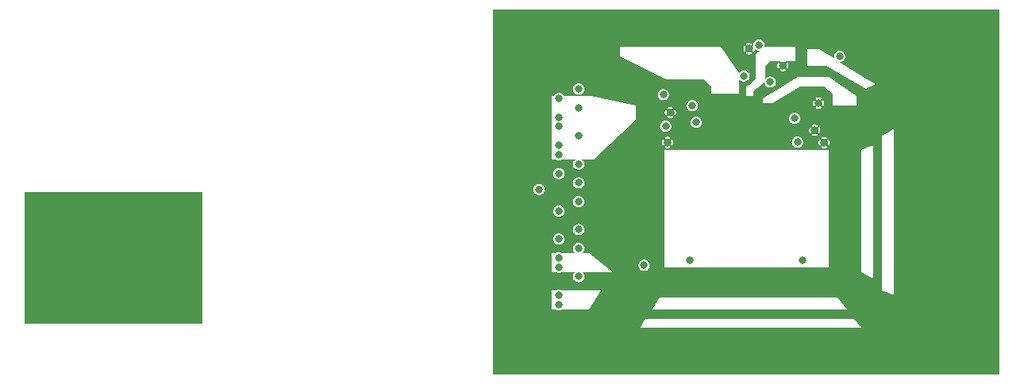
<source format=gbr>
G04 start of page 14 for group 12 idx 12 *
G04 Title: IDEF-X, topthermal *
G04 Creator: pcb 1.99z *
G04 CreationDate: Mi 20 Jan 2016 16:51:45 GMT UTC *
G04 For: stephan *
G04 Format: Gerber/RS-274X *
G04 PCB-Dimensions (mil): 7874.02 3937.01 *
G04 PCB-Coordinate-Origin: lower left *
%MOIN*%
%FSLAX25Y25*%
%LNTOPTHERMAL*%
%ADD105C,0.0866*%
%ADD104C,0.0118*%
%ADD103C,0.1024*%
%ADD102C,0.0315*%
%ADD101C,0.1575*%
%ADD100C,0.0001*%
G54D100*G36*
X689469Y194882D02*X736220D01*
Y41339D01*
X689469D01*
Y75787D01*
X691929Y74803D01*
Y144685D01*
X689469Y143209D01*
Y194882D01*
G37*
G36*
X680610D02*X689469D01*
Y143209D01*
X687008Y141732D01*
Y76772D01*
X689469Y75787D01*
Y41339D01*
X680610D01*
Y83169D01*
X683071Y81693D01*
Y137795D01*
X680610Y136811D01*
Y161663D01*
X684055Y163386D01*
X680610Y165539D01*
Y194882D01*
G37*
G36*
Y41339D02*X669783D01*
Y61024D01*
X678150D01*
X675197Y64961D01*
X669783D01*
Y68898D01*
X672244D01*
X669783Y71973D01*
Y154528D01*
X676181D01*
Y158465D01*
X669783Y162730D01*
Y167497D01*
X680118Y161417D01*
X680610Y161663D01*
Y136811D01*
X678150Y135827D01*
Y84646D01*
X680610Y83169D01*
Y41339D01*
G37*
G36*
X669783Y194882D02*X680610D01*
Y165539D01*
X669783Y172306D01*
Y172933D01*
X669827Y172943D01*
X670170Y173086D01*
X670487Y173280D01*
X670770Y173521D01*
X671011Y173804D01*
X671206Y174121D01*
X671348Y174465D01*
X671435Y174826D01*
X671457Y175197D01*
X671435Y175568D01*
X671348Y175929D01*
X671206Y176273D01*
X671011Y176590D01*
X670770Y176872D01*
X670487Y177114D01*
X670170Y177308D01*
X669827Y177450D01*
X669783Y177461D01*
Y194882D01*
G37*
G36*
Y172306D02*X668928Y172840D01*
X669094Y172827D01*
X669465Y172857D01*
X669783Y172933D01*
Y172306D01*
G37*
G36*
Y71973D02*X668307Y73819D01*
X664495D01*
Y137849D01*
X664518Y137853D01*
X664576Y137873D01*
X664631Y137901D01*
X664681Y137938D01*
X664725Y137982D01*
X664761Y138032D01*
X664787Y138088D01*
X664865Y138302D01*
X664920Y138523D01*
X664952Y138749D01*
X664963Y138976D01*
X664952Y139204D01*
X664920Y139429D01*
X664865Y139650D01*
X664790Y139865D01*
X664762Y139921D01*
X664726Y139972D01*
X664682Y140016D01*
X664632Y140053D01*
X664577Y140082D01*
X664518Y140102D01*
X664495Y140105D01*
Y160831D01*
X666339Y159449D01*
Y154528D01*
X669783D01*
Y71973D01*
G37*
G36*
X664495Y73819D02*X662133D01*
Y86614D01*
X664370D01*
Y135827D01*
X662133D01*
Y136658D01*
X662146Y136655D01*
X662371Y136622D01*
X662598Y136611D01*
X662826Y136622D01*
X663051Y136655D01*
X663273Y136710D01*
X663487Y136785D01*
X663543Y136812D01*
X663594Y136849D01*
X663638Y136892D01*
X663675Y136943D01*
X663704Y136998D01*
X663724Y137057D01*
X663734Y137118D01*
X663734Y137181D01*
X663725Y137242D01*
X663706Y137301D01*
X663678Y137357D01*
X663642Y137408D01*
X663598Y137452D01*
X663548Y137489D01*
X663493Y137518D01*
X663434Y137537D01*
X663372Y137548D01*
X663310Y137548D01*
X663249Y137539D01*
X663190Y137519D01*
X663047Y137467D01*
X662900Y137431D01*
X662750Y137409D01*
X662598Y137402D01*
X662447Y137409D01*
X662297Y137431D01*
X662150Y137467D01*
X662133Y137473D01*
Y140480D01*
X662150Y140486D01*
X662297Y140522D01*
X662447Y140544D01*
X662598Y140551D01*
X662750Y140544D01*
X662900Y140522D01*
X663047Y140486D01*
X663190Y140436D01*
X663249Y140416D01*
X663310Y140407D01*
X663372Y140407D01*
X663433Y140417D01*
X663492Y140437D01*
X663547Y140465D01*
X663597Y140502D01*
X663641Y140546D01*
X663677Y140597D01*
X663704Y140652D01*
X663723Y140711D01*
X663732Y140772D01*
X663732Y140834D01*
X663722Y140895D01*
X663702Y140954D01*
X663674Y141009D01*
X663637Y141059D01*
X663593Y141103D01*
X663542Y141139D01*
X663486Y141165D01*
X663273Y141243D01*
X663051Y141298D01*
X662826Y141330D01*
X662598Y141341D01*
X662371Y141330D01*
X662146Y141298D01*
X662133Y141294D01*
Y154385D01*
X662155Y154388D01*
X662214Y154408D01*
X662269Y154437D01*
X662319Y154473D01*
X662362Y154518D01*
X662399Y154568D01*
X662425Y154624D01*
X662503Y154838D01*
X662557Y155059D01*
X662590Y155284D01*
X662601Y155512D01*
X662590Y155739D01*
X662557Y155965D01*
X662503Y156186D01*
X662428Y156401D01*
X662400Y156457D01*
X662364Y156507D01*
X662320Y156552D01*
X662270Y156589D01*
X662215Y156617D01*
X662156Y156637D01*
X662133Y156641D01*
Y162402D01*
X662402D01*
X664495Y160831D01*
Y140105D01*
X664457Y140112D01*
X664394Y140112D01*
X664333Y140103D01*
X664273Y140084D01*
X664218Y140056D01*
X664167Y140020D01*
X664123Y139976D01*
X664086Y139926D01*
X664057Y139871D01*
X664037Y139812D01*
X664027Y139750D01*
X664027Y139688D01*
X664036Y139627D01*
X664056Y139568D01*
X664108Y139425D01*
X664144Y139278D01*
X664166Y139128D01*
X664173Y138976D01*
X664166Y138825D01*
X664144Y138675D01*
X664108Y138527D01*
X664058Y138384D01*
X664038Y138326D01*
X664029Y138264D01*
X664029Y138203D01*
X664039Y138141D01*
X664059Y138083D01*
X664087Y138028D01*
X664124Y137978D01*
X664168Y137934D01*
X664219Y137898D01*
X664274Y137870D01*
X664333Y137852D01*
X664394Y137842D01*
X664456Y137843D01*
X664495Y137849D01*
Y73819D01*
G37*
G36*
X662133Y135827D02*X660558D01*
Y137904D01*
X660565Y137900D01*
X660620Y137871D01*
X660679Y137851D01*
X660740Y137841D01*
X660803Y137841D01*
X660864Y137850D01*
X660923Y137869D01*
X660979Y137897D01*
X661030Y137933D01*
X661074Y137976D01*
X661111Y138027D01*
X661140Y138082D01*
X661159Y138141D01*
X661170Y138202D01*
X661170Y138265D01*
X661161Y138326D01*
X661141Y138385D01*
X661089Y138527D01*
X661053Y138675D01*
X661031Y138825D01*
X661024Y138976D01*
X661031Y139128D01*
X661053Y139278D01*
X661089Y139425D01*
X661139Y139568D01*
X661159Y139627D01*
X661168Y139688D01*
X661168Y139750D01*
X661158Y139811D01*
X661138Y139870D01*
X661110Y139925D01*
X661073Y139975D01*
X661029Y140019D01*
X660978Y140055D01*
X660923Y140082D01*
X660864Y140101D01*
X660802Y140110D01*
X660740Y140110D01*
X660679Y140100D01*
X660621Y140080D01*
X660566Y140052D01*
X660558Y140046D01*
Y142967D01*
X660581Y142971D01*
X660639Y142991D01*
X660694Y143019D01*
X660744Y143056D01*
X660788Y143100D01*
X660824Y143151D01*
X660850Y143206D01*
X660928Y143420D01*
X660983Y143642D01*
X661015Y143867D01*
X661026Y144094D01*
X661015Y144322D01*
X660983Y144547D01*
X660928Y144769D01*
X660853Y144984D01*
X660825Y145039D01*
X660789Y145090D01*
X660745Y145134D01*
X660695Y145171D01*
X660640Y145200D01*
X660581Y145220D01*
X660558Y145223D01*
Y153172D01*
X660689Y153191D01*
X660910Y153245D01*
X661125Y153320D01*
X661181Y153348D01*
X661232Y153384D01*
X661276Y153428D01*
X661313Y153478D01*
X661342Y153533D01*
X661361Y153592D01*
X661372Y153654D01*
X661372Y153716D01*
X661363Y153778D01*
X661344Y153837D01*
X661316Y153893D01*
X661280Y153943D01*
X661236Y153988D01*
X661186Y154024D01*
X661131Y154053D01*
X661072Y154073D01*
X661010Y154083D01*
X660948Y154083D01*
X660886Y154074D01*
X660828Y154054D01*
X660685Y154002D01*
X660558Y153971D01*
Y157052D01*
X660685Y157021D01*
X660828Y156971D01*
X660887Y156951D01*
X660948Y156942D01*
X661010Y156942D01*
X661071Y156953D01*
X661130Y156972D01*
X661185Y157001D01*
X661235Y157038D01*
X661278Y157082D01*
X661314Y157132D01*
X661342Y157187D01*
X661361Y157247D01*
X661370Y157308D01*
X661370Y157370D01*
X661360Y157431D01*
X661340Y157490D01*
X661311Y157545D01*
X661275Y157595D01*
X661231Y157638D01*
X661180Y157674D01*
X661124Y157701D01*
X660910Y157779D01*
X660689Y157833D01*
X660558Y157852D01*
Y162402D01*
X662133D01*
Y156641D01*
X662094Y156647D01*
X662032Y156648D01*
X661971Y156638D01*
X661911Y156619D01*
X661856Y156592D01*
X661805Y156555D01*
X661761Y156512D01*
X661724Y156462D01*
X661695Y156406D01*
X661675Y156347D01*
X661665Y156286D01*
X661665Y156224D01*
X661674Y156162D01*
X661694Y156103D01*
X661746Y155961D01*
X661782Y155813D01*
X661804Y155663D01*
X661811Y155512D01*
X661804Y155360D01*
X661782Y155210D01*
X661746Y155063D01*
X661696Y154920D01*
X661676Y154861D01*
X661666Y154800D01*
X661667Y154738D01*
X661677Y154677D01*
X661697Y154618D01*
X661725Y154563D01*
X661762Y154513D01*
X661806Y154470D01*
X661856Y154434D01*
X661912Y154406D01*
X661971Y154387D01*
X662032Y154378D01*
X662094Y154378D01*
X662133Y154385D01*
Y141294D01*
X661924Y141243D01*
X661709Y141168D01*
X661654Y141140D01*
X661603Y141104D01*
X661559Y141060D01*
X661522Y141010D01*
X661493Y140955D01*
X661473Y140896D01*
X661463Y140835D01*
X661463Y140772D01*
X661472Y140711D01*
X661491Y140651D01*
X661519Y140596D01*
X661555Y140545D01*
X661599Y140501D01*
X661649Y140464D01*
X661704Y140435D01*
X661763Y140415D01*
X661824Y140405D01*
X661887Y140405D01*
X661948Y140414D01*
X662007Y140434D01*
X662133Y140480D01*
Y137473D01*
X662006Y137517D01*
X661948Y137537D01*
X661887Y137546D01*
X661825Y137546D01*
X661763Y137536D01*
X661705Y137516D01*
X661650Y137487D01*
X661600Y137451D01*
X661556Y137407D01*
X661520Y137356D01*
X661492Y137301D01*
X661474Y137242D01*
X661464Y137180D01*
X661465Y137118D01*
X661475Y137057D01*
X661495Y136998D01*
X661523Y136943D01*
X661560Y136894D01*
X661604Y136850D01*
X661655Y136814D01*
X661710Y136787D01*
X661924Y136710D01*
X662133Y136658D01*
Y135827D01*
G37*
G36*
Y73819D02*X660558D01*
Y86614D01*
X662133D01*
Y73819D01*
G37*
G36*
X660558Y135827D02*X658662D01*
Y141730D01*
X658889Y141741D01*
X659114Y141773D01*
X659336Y141828D01*
X659550Y141903D01*
X659606Y141931D01*
X659657Y141967D01*
X659701Y142011D01*
X659738Y142061D01*
X659767Y142116D01*
X659787Y142175D01*
X659797Y142236D01*
X659797Y142299D01*
X659788Y142360D01*
X659769Y142420D01*
X659741Y142475D01*
X659705Y142526D01*
X659661Y142570D01*
X659611Y142607D01*
X659556Y142636D01*
X659497Y142655D01*
X659435Y142666D01*
X659373Y142666D01*
X659312Y142657D01*
X659253Y142637D01*
X659110Y142585D01*
X658963Y142549D01*
X658813Y142527D01*
X658662Y142520D01*
Y145669D01*
X658813Y145662D01*
X658963Y145640D01*
X659110Y145604D01*
X659253Y145554D01*
X659312Y145534D01*
X659373Y145525D01*
X659435Y145525D01*
X659496Y145535D01*
X659555Y145555D01*
X659610Y145583D01*
X659660Y145620D01*
X659704Y145664D01*
X659740Y145715D01*
X659767Y145770D01*
X659786Y145829D01*
X659795Y145890D01*
X659795Y145952D01*
X659785Y146014D01*
X659765Y146072D01*
X659737Y146127D01*
X659700Y146177D01*
X659656Y146221D01*
X659605Y146257D01*
X659549Y146283D01*
X659336Y146361D01*
X659114Y146416D01*
X658889Y146448D01*
X658662Y146459D01*
Y154464D01*
X658668Y154468D01*
X658712Y154512D01*
X658749Y154562D01*
X658778Y154617D01*
X658797Y154676D01*
X658807Y154738D01*
X658808Y154800D01*
X658799Y154862D01*
X658779Y154920D01*
X658727Y155063D01*
X658691Y155210D01*
X658669Y155360D01*
X658662Y155493D01*
Y155531D01*
X658669Y155663D01*
X658691Y155813D01*
X658727Y155961D01*
X658777Y156104D01*
X658797Y156162D01*
X658806Y156224D01*
X658806Y156286D01*
X658795Y156347D01*
X658776Y156406D01*
X658747Y156461D01*
X658711Y156510D01*
X658666Y156554D01*
X658662Y156557D01*
Y162402D01*
X660558D01*
Y157852D01*
X660464Y157866D01*
X660236Y157877D01*
X660009Y157866D01*
X659783Y157833D01*
X659562Y157779D01*
X659347Y157703D01*
X659291Y157676D01*
X659241Y157639D01*
X659196Y157596D01*
X659159Y157546D01*
X659131Y157490D01*
X659111Y157431D01*
X659101Y157370D01*
X659100Y157308D01*
X659110Y157246D01*
X659129Y157187D01*
X659156Y157131D01*
X659193Y157080D01*
X659236Y157036D01*
X659286Y156999D01*
X659342Y156970D01*
X659401Y156951D01*
X659462Y156941D01*
X659524Y156940D01*
X659586Y156949D01*
X659645Y156969D01*
X659787Y157021D01*
X659935Y157057D01*
X660085Y157079D01*
X660236Y157087D01*
X660388Y157079D01*
X660538Y157057D01*
X660558Y157052D01*
Y153971D01*
X660538Y153966D01*
X660388Y153944D01*
X660236Y153937D01*
X660085Y153944D01*
X659935Y153966D01*
X659787Y154002D01*
X659644Y154053D01*
X659586Y154072D01*
X659524Y154082D01*
X659462Y154081D01*
X659401Y154071D01*
X659342Y154051D01*
X659287Y154023D01*
X659238Y153986D01*
X659194Y153942D01*
X659158Y153892D01*
X659130Y153836D01*
X659112Y153777D01*
X659102Y153716D01*
X659103Y153654D01*
X659113Y153593D01*
X659132Y153534D01*
X659161Y153479D01*
X659198Y153429D01*
X659242Y153386D01*
X659292Y153349D01*
X659348Y153323D01*
X659562Y153245D01*
X659783Y153191D01*
X660009Y153158D01*
X660236Y153147D01*
X660464Y153158D01*
X660558Y153172D01*
Y145223D01*
X660520Y145230D01*
X660457Y145230D01*
X660396Y145221D01*
X660336Y145202D01*
X660281Y145174D01*
X660230Y145138D01*
X660186Y145094D01*
X660149Y145044D01*
X660120Y144989D01*
X660100Y144930D01*
X660090Y144869D01*
X660090Y144806D01*
X660099Y144745D01*
X660119Y144686D01*
X660171Y144543D01*
X660207Y144396D01*
X660229Y144246D01*
X660236Y144094D01*
X660229Y143943D01*
X660207Y143793D01*
X660171Y143646D01*
X660121Y143502D01*
X660101Y143444D01*
X660092Y143383D01*
X660092Y143321D01*
X660102Y143259D01*
X660122Y143201D01*
X660150Y143146D01*
X660187Y143096D01*
X660231Y143052D01*
X660282Y143016D01*
X660337Y142989D01*
X660396Y142970D01*
X660457Y142961D01*
X660519Y142961D01*
X660558Y142967D01*
Y140046D01*
X660516Y140015D01*
X660472Y139971D01*
X660436Y139920D01*
X660409Y139864D01*
X660332Y139650D01*
X660277Y139429D01*
X660244Y139204D01*
X660233Y138976D01*
X660244Y138749D01*
X660277Y138523D01*
X660332Y138302D01*
X660407Y138087D01*
X660435Y138032D01*
X660471Y137981D01*
X660514Y137937D01*
X660558Y137904D01*
Y135827D01*
G37*
G36*
Y73819D02*X658662D01*
Y86614D01*
X660558D01*
Y73819D01*
G37*
G36*
X658662Y155493D02*X658661Y155512D01*
X658662Y155531D01*
Y155493D01*
G37*
G36*
Y135827D02*X656765D01*
Y142966D01*
X656803Y142959D01*
X656866Y142959D01*
X656927Y142968D01*
X656986Y142987D01*
X657042Y143015D01*
X657093Y143051D01*
X657137Y143095D01*
X657174Y143145D01*
X657203Y143200D01*
X657222Y143259D01*
X657233Y143320D01*
X657233Y143383D01*
X657224Y143444D01*
X657204Y143503D01*
X657152Y143646D01*
X657116Y143793D01*
X657094Y143943D01*
X657087Y144094D01*
X657094Y144246D01*
X657116Y144396D01*
X657152Y144543D01*
X657202Y144687D01*
X657222Y144745D01*
X657231Y144806D01*
X657231Y144868D01*
X657221Y144930D01*
X657201Y144988D01*
X657173Y145043D01*
X657136Y145093D01*
X657092Y145137D01*
X657041Y145173D01*
X656986Y145200D01*
X656927Y145219D01*
X656865Y145228D01*
X656803Y145228D01*
X656765Y145222D01*
Y162402D01*
X658662D01*
Y156557D01*
X658616Y156590D01*
X658561Y156618D01*
X658501Y156636D01*
X658440Y156646D01*
X658378Y156645D01*
X658317Y156635D01*
X658258Y156616D01*
X658203Y156587D01*
X658153Y156550D01*
X658110Y156506D01*
X658074Y156456D01*
X658047Y156400D01*
X657969Y156186D01*
X657915Y155965D01*
X657882Y155739D01*
X657871Y155512D01*
X657882Y155284D01*
X657915Y155059D01*
X657969Y154838D01*
X658045Y154623D01*
X658072Y154567D01*
X658109Y154516D01*
X658152Y154472D01*
X658202Y154435D01*
X658258Y154406D01*
X658317Y154387D01*
X658378Y154377D01*
X658440Y154376D01*
X658502Y154385D01*
X658561Y154404D01*
X658617Y154432D01*
X658662Y154464D01*
Y146459D01*
X658661Y146459D01*
X658434Y146448D01*
X658209Y146416D01*
X657987Y146361D01*
X657772Y146286D01*
X657717Y146258D01*
X657666Y146222D01*
X657622Y146178D01*
X657585Y146128D01*
X657556Y146073D01*
X657536Y146014D01*
X657526Y145953D01*
X657526Y145890D01*
X657535Y145829D01*
X657554Y145769D01*
X657582Y145714D01*
X657618Y145663D01*
X657662Y145619D01*
X657712Y145582D01*
X657767Y145553D01*
X657826Y145534D01*
X657887Y145523D01*
X657950Y145523D01*
X658011Y145532D01*
X658070Y145552D01*
X658213Y145604D01*
X658360Y145640D01*
X658510Y145662D01*
X658661Y145669D01*
X658662Y145669D01*
Y142520D01*
X658661Y142520D01*
X658510Y142527D01*
X658360Y142549D01*
X658213Y142585D01*
X658069Y142635D01*
X658011Y142655D01*
X657950Y142664D01*
X657888Y142664D01*
X657826Y142654D01*
X657768Y142634D01*
X657713Y142606D01*
X657663Y142569D01*
X657619Y142525D01*
X657583Y142474D01*
X657555Y142419D01*
X657537Y142360D01*
X657527Y142298D01*
X657528Y142237D01*
X657538Y142175D01*
X657558Y142117D01*
X657586Y142062D01*
X657623Y142012D01*
X657667Y141968D01*
X657718Y141932D01*
X657773Y141906D01*
X657987Y141828D01*
X658209Y141773D01*
X658434Y141741D01*
X658661Y141730D01*
X658662Y141730D01*
Y135827D01*
G37*
G36*
X656765D02*X651374D01*
Y136804D01*
X651378Y136804D01*
X651749Y136833D01*
X652110Y136920D01*
X652454Y137062D01*
X652771Y137256D01*
X653053Y137498D01*
X653295Y137780D01*
X653489Y138098D01*
X653631Y138441D01*
X653718Y138803D01*
X653740Y139173D01*
X653718Y139544D01*
X653631Y139905D01*
X653489Y140249D01*
X653295Y140566D01*
X653053Y140849D01*
X652771Y141090D01*
X652454Y141284D01*
X652110Y141427D01*
X651749Y141514D01*
X651378Y141543D01*
X651374Y141542D01*
Y147164D01*
X651590Y147296D01*
X651872Y147537D01*
X652114Y147820D01*
X652308Y148137D01*
X652450Y148480D01*
X652537Y148842D01*
X652559Y149213D01*
X652537Y149583D01*
X652450Y149945D01*
X652308Y150288D01*
X652114Y150605D01*
X651872Y150888D01*
X651590Y151130D01*
X651374Y151261D01*
Y161710D01*
X652559Y162402D01*
X656765D01*
Y145222D01*
X656742Y145218D01*
X656684Y145198D01*
X656629Y145170D01*
X656579Y145133D01*
X656535Y145089D01*
X656499Y145038D01*
X656472Y144983D01*
X656395Y144769D01*
X656340Y144547D01*
X656307Y144322D01*
X656296Y144094D01*
X656307Y143867D01*
X656340Y143642D01*
X656395Y143420D01*
X656470Y143205D01*
X656498Y143150D01*
X656534Y143099D01*
X656577Y143055D01*
X656628Y143018D01*
X656683Y142989D01*
X656742Y142969D01*
X656765Y142966D01*
Y135827D01*
G37*
G36*
X651374D02*X640256D01*
Y155512D01*
X640748D01*
X651374Y161710D01*
Y151261D01*
X651273Y151324D01*
X650929Y151466D01*
X650568Y151553D01*
X650197Y151582D01*
X649826Y151553D01*
X649465Y151466D01*
X649121Y151324D01*
X648804Y151130D01*
X648521Y150888D01*
X648280Y150605D01*
X648086Y150288D01*
X647943Y149945D01*
X647857Y149583D01*
X647827Y149213D01*
X647857Y148842D01*
X647943Y148480D01*
X648086Y148137D01*
X648280Y147820D01*
X648521Y147537D01*
X648804Y147296D01*
X649121Y147101D01*
X649465Y146959D01*
X649826Y146872D01*
X650197Y146843D01*
X650568Y146872D01*
X650929Y146959D01*
X651273Y147101D01*
X651374Y147164D01*
Y141542D01*
X651007Y141514D01*
X650646Y141427D01*
X650302Y141284D01*
X649985Y141090D01*
X649702Y140849D01*
X649461Y140566D01*
X649267Y140249D01*
X649124Y139905D01*
X649038Y139544D01*
X649008Y139173D01*
X649038Y138803D01*
X649124Y138441D01*
X649267Y138098D01*
X649461Y137780D01*
X649702Y137498D01*
X649985Y137256D01*
X650302Y137062D01*
X650646Y136920D01*
X651007Y136833D01*
X651374Y136804D01*
Y135827D01*
G37*
G36*
X658662Y73819D02*X640256D01*
Y86614D01*
X658662D01*
Y73819D01*
G37*
G36*
X669783Y64961D02*X640256D01*
Y68898D01*
X669783D01*
Y64961D01*
G37*
G36*
Y41339D02*X640256D01*
Y61024D01*
X669783D01*
Y41339D01*
G37*
G36*
X647172Y194882D02*X669783D01*
Y177461D01*
X669465Y177537D01*
X669094Y177566D01*
X668724Y177537D01*
X668362Y177450D01*
X668019Y177308D01*
X667702Y177114D01*
X667419Y176872D01*
X667178Y176590D01*
X666983Y176273D01*
X666841Y175929D01*
X666754Y175568D01*
X666725Y175197D01*
X666754Y174826D01*
X666841Y174465D01*
X666983Y174121D01*
X667048Y174015D01*
X660433Y178150D01*
X655512D01*
Y171260D01*
X663386D01*
X669783Y167497D01*
Y162730D01*
X664370Y166339D01*
X651575D01*
X647172Y163697D01*
Y170133D01*
X647195Y170137D01*
X647253Y170156D01*
X647308Y170185D01*
X647358Y170221D01*
X647402Y170266D01*
X647438Y170316D01*
X647465Y170372D01*
X647542Y170586D01*
X647597Y170807D01*
X647630Y171032D01*
X647641Y171260D01*
X647630Y171487D01*
X647597Y171713D01*
X647542Y171934D01*
X647467Y172149D01*
X647439Y172205D01*
X647403Y172255D01*
X647360Y172300D01*
X647309Y172337D01*
X647254Y172365D01*
X647195Y172385D01*
X647172Y172389D01*
Y173228D01*
X650591D01*
Y179134D01*
X647172D01*
Y194882D01*
G37*
G36*
Y163697D02*X645277Y162560D01*
Y168895D01*
X645503Y168906D01*
X645728Y168939D01*
X645950Y168993D01*
X646165Y169068D01*
X646220Y169096D01*
X646271Y169132D01*
X646315Y169176D01*
X646352Y169226D01*
X646381Y169281D01*
X646401Y169340D01*
X646411Y169402D01*
X646411Y169464D01*
X646402Y169526D01*
X646383Y169585D01*
X646355Y169641D01*
X646319Y169691D01*
X646275Y169736D01*
X646225Y169772D01*
X646170Y169801D01*
X646111Y169821D01*
X646050Y169831D01*
X645987Y169831D01*
X645926Y169822D01*
X645867Y169802D01*
X645724Y169750D01*
X645577Y169714D01*
X645427Y169692D01*
X645277Y169685D01*
Y172835D01*
X645427Y172827D01*
X645577Y172806D01*
X645724Y172769D01*
X645868Y172719D01*
X645926Y172699D01*
X645988Y172690D01*
X646049Y172690D01*
X646111Y172701D01*
X646169Y172720D01*
X646224Y172749D01*
X646274Y172786D01*
X646318Y172830D01*
X646354Y172880D01*
X646382Y172936D01*
X646400Y172995D01*
X646410Y173056D01*
X646409Y173118D01*
X646399Y173179D01*
X646382Y173228D01*
X647172D01*
Y172389D01*
X647134Y172395D01*
X647071Y172396D01*
X647010Y172386D01*
X646951Y172368D01*
X646895Y172340D01*
X646844Y172303D01*
X646800Y172260D01*
X646763Y172210D01*
X646734Y172154D01*
X646715Y172095D01*
X646704Y172034D01*
X646704Y171972D01*
X646713Y171910D01*
X646733Y171851D01*
X646785Y171709D01*
X646821Y171561D01*
X646843Y171411D01*
X646850Y171260D01*
X646843Y171108D01*
X646821Y170958D01*
X646785Y170811D01*
X646735Y170668D01*
X646715Y170609D01*
X646706Y170548D01*
X646706Y170486D01*
X646716Y170425D01*
X646736Y170366D01*
X646764Y170311D01*
X646801Y170261D01*
X646845Y170218D01*
X646896Y170182D01*
X646951Y170154D01*
X647010Y170135D01*
X647072Y170126D01*
X647134Y170126D01*
X647172Y170133D01*
Y163697D01*
G37*
G36*
X645277Y194882D02*X647172D01*
Y179134D01*
X645277D01*
Y194882D01*
G37*
G36*
Y162560D02*X643379Y161421D01*
Y170131D01*
X643417Y170125D01*
X643480Y170124D01*
X643541Y170133D01*
X643601Y170152D01*
X643656Y170180D01*
X643707Y170216D01*
X643751Y170260D01*
X643788Y170310D01*
X643817Y170365D01*
X643837Y170424D01*
X643847Y170486D01*
X643847Y170548D01*
X643838Y170610D01*
X643818Y170669D01*
X643766Y170811D01*
X643730Y170958D01*
X643708Y171108D01*
X643701Y171260D01*
X643708Y171411D01*
X643730Y171561D01*
X643766Y171709D01*
X643816Y171852D01*
X643836Y171910D01*
X643845Y171972D01*
X643845Y172034D01*
X643835Y172095D01*
X643815Y172154D01*
X643787Y172209D01*
X643750Y172259D01*
X643706Y172302D01*
X643655Y172338D01*
X643600Y172366D01*
X643541Y172385D01*
X643480Y172394D01*
X643418Y172393D01*
X643379Y172387D01*
Y173228D01*
X644167D01*
X644150Y173179D01*
X644140Y173118D01*
X644140Y173056D01*
X644149Y172994D01*
X644168Y172935D01*
X644196Y172879D01*
X644232Y172828D01*
X644276Y172784D01*
X644326Y172747D01*
X644381Y172719D01*
X644440Y172699D01*
X644502Y172689D01*
X644564Y172688D01*
X644625Y172698D01*
X644684Y172717D01*
X644827Y172769D01*
X644974Y172806D01*
X645124Y172827D01*
X645276Y172835D01*
X645277Y172835D01*
Y169685D01*
X645276Y169685D01*
X645124Y169692D01*
X644974Y169714D01*
X644827Y169750D01*
X644684Y169801D01*
X644625Y169820D01*
X644564Y169830D01*
X644502Y169829D01*
X644441Y169819D01*
X644382Y169799D01*
X644327Y169771D01*
X644277Y169734D01*
X644233Y169690D01*
X644197Y169640D01*
X644170Y169584D01*
X644151Y169525D01*
X644142Y169464D01*
X644142Y169402D01*
X644152Y169341D01*
X644172Y169282D01*
X644200Y169227D01*
X644237Y169177D01*
X644281Y169134D01*
X644332Y169098D01*
X644388Y169071D01*
X644601Y168993D01*
X644823Y168939D01*
X645048Y168906D01*
X645276Y168895D01*
X645277Y168895D01*
Y162560D01*
G37*
G36*
X643379Y161421D02*X640256Y159547D01*
Y162024D01*
X640331Y162030D01*
X640693Y162117D01*
X641036Y162259D01*
X641353Y162453D01*
X641636Y162695D01*
X641878Y162977D01*
X642072Y163294D01*
X642214Y163638D01*
X642301Y163999D01*
X642323Y164370D01*
X642301Y164741D01*
X642214Y165102D01*
X642072Y165446D01*
X641878Y165763D01*
X641636Y166046D01*
X641353Y166287D01*
X641036Y166481D01*
X640693Y166624D01*
X640331Y166710D01*
X640256Y166716D01*
Y173228D01*
X643379D01*
Y172387D01*
X643356Y172383D01*
X643298Y172364D01*
X643243Y172335D01*
X643193Y172298D01*
X643149Y172254D01*
X643113Y172204D01*
X643087Y172148D01*
X643009Y171934D01*
X642954Y171713D01*
X642922Y171487D01*
X642911Y171260D01*
X642922Y171032D01*
X642954Y170807D01*
X643009Y170586D01*
X643084Y170371D01*
X643112Y170315D01*
X643148Y170264D01*
X643192Y170220D01*
X643242Y170183D01*
X643297Y170154D01*
X643356Y170135D01*
X643379Y170131D01*
Y161421D01*
G37*
G36*
X640256Y194882D02*X645277D01*
Y179134D01*
X640256D01*
Y194882D01*
G37*
G36*
Y166716D02*X639961Y166740D01*
X639590Y166710D01*
X639228Y166624D01*
X638885Y166481D01*
X638568Y166287D01*
X638285Y166046D01*
X638044Y165763D01*
X637849Y165446D01*
X637795Y165315D01*
Y171260D01*
X639764Y173228D01*
X640256D01*
Y166716D01*
G37*
G36*
X604035Y61024D02*X640256D01*
Y41339D01*
X604035D01*
Y61024D01*
G37*
G36*
Y68898D02*X640256D01*
Y64961D01*
X604035D01*
Y68898D01*
G37*
G36*
Y86614D02*X640256D01*
Y73819D01*
X604035D01*
Y86614D01*
G37*
G36*
X631103Y158465D02*X632874D01*
Y160433D01*
X637603Y164216D01*
X637620Y163999D01*
X637707Y163638D01*
X637849Y163294D01*
X638044Y162977D01*
X638285Y162695D01*
X638568Y162453D01*
X638885Y162259D01*
X639228Y162117D01*
X639590Y162030D01*
X639961Y162001D01*
X640256Y162024D01*
Y159547D01*
X636811Y157480D01*
Y155512D01*
X640256D01*
Y135827D01*
X631103D01*
Y158465D01*
G37*
G36*
Y194882D02*X640256D01*
Y179134D01*
X637795D01*
X637294Y178758D01*
X637347Y178846D01*
X637490Y179189D01*
X637577Y179551D01*
X637598Y179921D01*
X637577Y180292D01*
X637490Y180653D01*
X637347Y180997D01*
X637153Y181314D01*
X636912Y181597D01*
X636629Y181838D01*
X636312Y182032D01*
X635968Y182175D01*
X635607Y182262D01*
X635236Y182291D01*
X634866Y182262D01*
X634504Y182175D01*
X634160Y182032D01*
X633843Y181838D01*
X633561Y181597D01*
X633319Y181314D01*
X633125Y180997D01*
X632983Y180653D01*
X632896Y180292D01*
X632867Y179921D01*
X632896Y179551D01*
X632912Y179482D01*
X632898Y179482D01*
X632837Y179473D01*
X632777Y179454D01*
X632722Y179426D01*
X632671Y179390D01*
X632627Y179346D01*
X632590Y179296D01*
X632561Y179241D01*
X632541Y179182D01*
X632531Y179120D01*
X632531Y179058D01*
X632540Y178997D01*
X632560Y178938D01*
X632612Y178795D01*
X632648Y178648D01*
X632670Y178498D01*
X632677Y178346D01*
X632670Y178195D01*
X632648Y178045D01*
X632612Y177898D01*
X632562Y177754D01*
X632542Y177696D01*
X632533Y177635D01*
X632533Y177573D01*
X632543Y177511D01*
X632563Y177453D01*
X632591Y177398D01*
X632628Y177348D01*
X632672Y177304D01*
X632723Y177268D01*
X632778Y177240D01*
X632837Y177222D01*
X632898Y177213D01*
X632960Y177213D01*
X633021Y177223D01*
X633080Y177243D01*
X633135Y177271D01*
X633185Y177308D01*
X633229Y177352D01*
X633265Y177403D01*
X633291Y177458D01*
X633369Y177672D01*
X633424Y177894D01*
X633456Y178119D01*
X633467Y178346D01*
X633467Y178356D01*
X633561Y178246D01*
X633843Y178004D01*
X634160Y177810D01*
X634504Y177668D01*
X634866Y177581D01*
X635236Y177552D01*
X635607Y177581D01*
X635780Y177623D01*
X633858Y176181D01*
Y165354D01*
X631103Y163288D01*
Y165986D01*
X631191Y166197D01*
X631277Y166558D01*
X631299Y166929D01*
X631277Y167300D01*
X631191Y167661D01*
X631103Y167872D01*
Y175982D01*
X631330Y175992D01*
X631555Y176025D01*
X631776Y176080D01*
X631991Y176155D01*
X632047Y176183D01*
X632098Y176219D01*
X632142Y176262D01*
X632179Y176313D01*
X632208Y176368D01*
X632227Y176427D01*
X632238Y176488D01*
X632238Y176551D01*
X632229Y176612D01*
X632210Y176671D01*
X632182Y176727D01*
X632146Y176778D01*
X632102Y176822D01*
X632052Y176859D01*
X631997Y176888D01*
X631938Y176907D01*
X631876Y176918D01*
X631814Y176918D01*
X631753Y176909D01*
X631694Y176889D01*
X631551Y176837D01*
X631404Y176801D01*
X631254Y176779D01*
X631103Y176772D01*
Y179921D01*
X631254Y179914D01*
X631404Y179892D01*
X631551Y179856D01*
X631694Y179806D01*
X631753Y179786D01*
X631814Y179777D01*
X631876Y179777D01*
X631937Y179787D01*
X631996Y179807D01*
X632051Y179835D01*
X632101Y179872D01*
X632145Y179916D01*
X632181Y179967D01*
X632208Y180022D01*
X632227Y180081D01*
X632236Y180142D01*
X632236Y180204D01*
X632226Y180266D01*
X632206Y180324D01*
X632178Y180379D01*
X632141Y180429D01*
X632097Y180473D01*
X632046Y180509D01*
X631990Y180535D01*
X631776Y180613D01*
X631555Y180668D01*
X631330Y180700D01*
X631103Y180711D01*
Y194882D01*
G37*
G36*
Y163288D02*X629921Y162402D01*
Y158465D01*
X631103D01*
Y135827D01*
X607280D01*
Y145683D01*
X607466Y145524D01*
X607783Y145330D01*
X608126Y145187D01*
X608488Y145101D01*
X608858Y145071D01*
X609229Y145101D01*
X609590Y145187D01*
X609934Y145330D01*
X610251Y145524D01*
X610534Y145765D01*
X610775Y146048D01*
X610970Y146365D01*
X611112Y146709D01*
X611199Y147070D01*
X611220Y147441D01*
X611199Y147812D01*
X611112Y148173D01*
X610970Y148517D01*
X610775Y148834D01*
X610534Y149116D01*
X610251Y149358D01*
X609934Y149552D01*
X609590Y149694D01*
X609229Y149781D01*
X608858Y149810D01*
X608488Y149781D01*
X608126Y149694D01*
X607783Y149552D01*
X607466Y149358D01*
X607280Y149199D01*
Y152158D01*
X607283Y152158D01*
X607654Y152187D01*
X608016Y152274D01*
X608359Y152416D01*
X608676Y152611D01*
X608959Y152852D01*
X609200Y153135D01*
X609395Y153452D01*
X609537Y153795D01*
X609624Y154157D01*
X609646Y154528D01*
X609624Y154898D01*
X609537Y155260D01*
X609395Y155603D01*
X609200Y155920D01*
X608959Y156203D01*
X608676Y156445D01*
X608359Y156639D01*
X608016Y156781D01*
X607654Y156868D01*
X607283Y156897D01*
X607280Y156897D01*
Y165354D01*
X612205D01*
X615157Y162402D01*
Y159449D01*
X626969D01*
Y165620D01*
X627020Y165536D01*
X627262Y165254D01*
X627544Y165012D01*
X627861Y164818D01*
X628205Y164676D01*
X628566Y164589D01*
X628937Y164560D01*
X629308Y164589D01*
X629669Y164676D01*
X630013Y164818D01*
X630330Y165012D01*
X630612Y165254D01*
X630854Y165536D01*
X631048Y165853D01*
X631103Y165986D01*
Y163288D01*
G37*
G36*
X629206Y194882D02*X631103D01*
Y180711D01*
X631102Y180711D01*
X630875Y180700D01*
X630649Y180668D01*
X630428Y180613D01*
X630213Y180538D01*
X630158Y180510D01*
X630107Y180474D01*
X630063Y180430D01*
X630026Y180380D01*
X629997Y180325D01*
X629977Y180266D01*
X629967Y180205D01*
X629967Y180142D01*
X629976Y180081D01*
X629995Y180021D01*
X630023Y179966D01*
X630059Y179915D01*
X630102Y179871D01*
X630153Y179834D01*
X630208Y179805D01*
X630267Y179785D01*
X630328Y179775D01*
X630391Y179775D01*
X630452Y179784D01*
X630511Y179804D01*
X630653Y179856D01*
X630801Y179892D01*
X630951Y179914D01*
X631102Y179921D01*
X631103Y179921D01*
Y176772D01*
X631102Y176772D01*
X630951Y176779D01*
X630801Y176801D01*
X630653Y176837D01*
X630510Y176887D01*
X630452Y176907D01*
X630390Y176916D01*
X630328Y176916D01*
X630267Y176906D01*
X630209Y176886D01*
X630154Y176858D01*
X630104Y176821D01*
X630060Y176777D01*
X630024Y176726D01*
X629996Y176671D01*
X629978Y176612D01*
X629968Y176550D01*
X629969Y176488D01*
X629979Y176427D01*
X629999Y176369D01*
X630027Y176314D01*
X630064Y176264D01*
X630108Y176220D01*
X630158Y176184D01*
X630214Y176158D01*
X630428Y176080D01*
X630649Y176025D01*
X630875Y175992D01*
X631102Y175982D01*
X631103Y175982D01*
Y167872D01*
X631048Y168005D01*
X630854Y168322D01*
X630612Y168605D01*
X630330Y168846D01*
X630013Y169040D01*
X629669Y169183D01*
X629308Y169269D01*
X629206Y169277D01*
Y177218D01*
X629244Y177211D01*
X629306Y177211D01*
X629368Y177220D01*
X629427Y177239D01*
X629483Y177267D01*
X629534Y177303D01*
X629578Y177347D01*
X629615Y177397D01*
X629644Y177452D01*
X629663Y177511D01*
X629674Y177572D01*
X629674Y177635D01*
X629665Y177696D01*
X629645Y177755D01*
X629593Y177898D01*
X629557Y178045D01*
X629535Y178195D01*
X629528Y178346D01*
X629535Y178498D01*
X629557Y178648D01*
X629593Y178795D01*
X629643Y178938D01*
X629663Y178997D01*
X629672Y179058D01*
X629672Y179120D01*
X629662Y179181D01*
X629642Y179240D01*
X629613Y179295D01*
X629577Y179345D01*
X629533Y179389D01*
X629482Y179425D01*
X629427Y179452D01*
X629368Y179471D01*
X629306Y179480D01*
X629244Y179480D01*
X629206Y179474D01*
Y194882D01*
G37*
G36*
X607280D02*X629206D01*
Y179474D01*
X629183Y179470D01*
X629124Y179450D01*
X629069Y179422D01*
X629020Y179385D01*
X628976Y179341D01*
X628940Y179290D01*
X628913Y179234D01*
X628836Y179021D01*
X628781Y178799D01*
X628748Y178574D01*
X628737Y178346D01*
X628748Y178119D01*
X628781Y177894D01*
X628836Y177672D01*
X628911Y177457D01*
X628938Y177402D01*
X628975Y177351D01*
X629018Y177307D01*
X629068Y177270D01*
X629124Y177241D01*
X629183Y177221D01*
X629206Y177218D01*
Y169277D01*
X628937Y169299D01*
X628566Y169269D01*
X628205Y169183D01*
X627861Y169040D01*
X627544Y168846D01*
X627262Y168605D01*
X627020Y168322D01*
X626969Y168238D01*
Y168307D01*
X619094Y179134D01*
X607280D01*
Y194882D01*
G37*
G36*
Y135827D02*X604035D01*
Y165354D01*
X607280D01*
Y156897D01*
X606913Y156868D01*
X606551Y156781D01*
X606208Y156639D01*
X605891Y156445D01*
X605608Y156203D01*
X605367Y155920D01*
X605172Y155603D01*
X605030Y155260D01*
X604943Y154898D01*
X604914Y154528D01*
X604943Y154157D01*
X605030Y153795D01*
X605172Y153452D01*
X605367Y153135D01*
X605608Y152852D01*
X605891Y152611D01*
X606208Y152416D01*
X606551Y152274D01*
X606913Y152187D01*
X607280Y152158D01*
Y149199D01*
X607183Y149116D01*
X606941Y148834D01*
X606747Y148517D01*
X606605Y148173D01*
X606518Y147812D01*
X606489Y147441D01*
X606518Y147070D01*
X606605Y146709D01*
X606747Y146365D01*
X606941Y146048D01*
X607183Y145765D01*
X607280Y145683D01*
Y135827D01*
G37*
G36*
X604035Y194882D02*X607280D01*
Y179134D01*
X604035D01*
Y194882D01*
G37*
G36*
X587004Y61024D02*X604035D01*
Y41339D01*
X587004D01*
Y61024D01*
G37*
G36*
X596851Y68898D02*X604035D01*
Y64961D01*
X596851D01*
Y68898D01*
G37*
G36*
Y86614D02*X604035D01*
Y73819D01*
X596851D01*
Y86614D01*
G37*
G36*
X599928Y165354D02*X604035D01*
Y135827D01*
X599928D01*
Y150448D01*
X599951Y150451D01*
X600009Y150471D01*
X600064Y150500D01*
X600114Y150536D01*
X600158Y150581D01*
X600194Y150631D01*
X600220Y150687D01*
X600298Y150901D01*
X600353Y151122D01*
X600385Y151347D01*
X600396Y151575D01*
X600385Y151802D01*
X600353Y152028D01*
X600298Y152249D01*
X600223Y152464D01*
X600195Y152520D01*
X600159Y152570D01*
X600115Y152615D01*
X600065Y152652D01*
X600010Y152680D01*
X599951Y152700D01*
X599928Y152704D01*
Y165354D01*
G37*
G36*
X598747D02*X599928D01*
Y152704D01*
X599890Y152710D01*
X599827Y152711D01*
X599766Y152701D01*
X599706Y152682D01*
X599651Y152655D01*
X599600Y152618D01*
X599556Y152575D01*
X599519Y152525D01*
X599490Y152469D01*
X599471Y152410D01*
X599460Y152349D01*
X599460Y152287D01*
X599469Y152225D01*
X599489Y152166D01*
X599541Y152024D01*
X599577Y151876D01*
X599599Y151726D01*
X599606Y151575D01*
X599599Y151423D01*
X599577Y151273D01*
X599541Y151126D01*
X599491Y150983D01*
X599471Y150924D01*
X599462Y150863D01*
X599462Y150801D01*
X599472Y150740D01*
X599492Y150681D01*
X599520Y150626D01*
X599557Y150576D01*
X599601Y150533D01*
X599652Y150497D01*
X599707Y150469D01*
X599766Y150450D01*
X599828Y150441D01*
X599889Y150441D01*
X599928Y150448D01*
Y135827D01*
X598747D01*
Y137849D01*
X598769Y137853D01*
X598828Y137873D01*
X598883Y137901D01*
X598933Y137938D01*
X598977Y137982D01*
X599013Y138032D01*
X599039Y138088D01*
X599117Y138302D01*
X599172Y138523D01*
X599204Y138749D01*
X599215Y138976D01*
X599204Y139204D01*
X599172Y139429D01*
X599117Y139650D01*
X599042Y139865D01*
X599014Y139921D01*
X598978Y139972D01*
X598934Y140016D01*
X598884Y140053D01*
X598829Y140082D01*
X598770Y140102D01*
X598747Y140105D01*
Y149323D01*
X598921Y149383D01*
X598976Y149411D01*
X599027Y149447D01*
X599071Y149491D01*
X599108Y149541D01*
X599137Y149596D01*
X599157Y149655D01*
X599167Y149717D01*
X599167Y149779D01*
X599158Y149840D01*
X599139Y149900D01*
X599111Y149956D01*
X599075Y150006D01*
X599031Y150050D01*
X598981Y150087D01*
X598926Y150116D01*
X598867Y150136D01*
X598806Y150146D01*
X598747Y150146D01*
Y153005D01*
X598805Y153005D01*
X598867Y153016D01*
X598925Y153035D01*
X598980Y153064D01*
X599030Y153101D01*
X599074Y153145D01*
X599110Y153195D01*
X599137Y153250D01*
X599156Y153310D01*
X599165Y153371D01*
X599165Y153433D01*
X599155Y153494D01*
X599135Y153553D01*
X599107Y153608D01*
X599070Y153658D01*
X599026Y153701D01*
X598975Y153737D01*
X598920Y153764D01*
X598747Y153827D01*
Y165354D01*
G37*
G36*
X596851D02*X598747D01*
Y153827D01*
X598706Y153842D01*
X598484Y153896D01*
X598259Y153929D01*
X598031Y153940D01*
X597804Y153929D01*
X597579Y153896D01*
X597357Y153842D01*
X597142Y153766D01*
X597087Y153739D01*
X597036Y153702D01*
X596992Y153659D01*
X596955Y153609D01*
X596926Y153553D01*
X596906Y153494D01*
X596896Y153433D01*
X596896Y153371D01*
X596905Y153309D01*
X596924Y153250D01*
X596952Y153194D01*
X596988Y153143D01*
X597032Y153099D01*
X597082Y153062D01*
X597137Y153033D01*
X597196Y153014D01*
X597257Y153004D01*
X597320Y153003D01*
X597381Y153012D01*
X597440Y153032D01*
X597583Y153084D01*
X597730Y153120D01*
X597880Y153142D01*
X598031Y153150D01*
X598183Y153142D01*
X598333Y153120D01*
X598480Y153084D01*
X598624Y153034D01*
X598682Y153014D01*
X598743Y153005D01*
X598747Y153005D01*
Y150146D01*
X598743Y150146D01*
X598682Y150137D01*
X598623Y150117D01*
X598480Y150065D01*
X598333Y150029D01*
X598183Y150007D01*
X598031Y150000D01*
X597880Y150007D01*
X597730Y150029D01*
X597583Y150065D01*
X597439Y150116D01*
X597381Y150135D01*
X597320Y150145D01*
X597258Y150144D01*
X597196Y150134D01*
X597138Y150114D01*
X597083Y150086D01*
X597033Y150049D01*
X596989Y150005D01*
X596953Y149955D01*
X596926Y149899D01*
X596907Y149840D01*
X596898Y149779D01*
X596898Y149717D01*
X596908Y149656D01*
X596928Y149597D01*
X596956Y149542D01*
X596993Y149492D01*
X597037Y149449D01*
X597088Y149412D01*
X597143Y149386D01*
X597357Y149308D01*
X597579Y149254D01*
X597804Y149221D01*
X598031Y149210D01*
X598259Y149221D01*
X598484Y149254D01*
X598706Y149308D01*
X598747Y149323D01*
Y140105D01*
X598709Y140112D01*
X598646Y140112D01*
X598585Y140103D01*
X598525Y140084D01*
X598470Y140056D01*
X598419Y140020D01*
X598375Y139976D01*
X598338Y139926D01*
X598309Y139871D01*
X598289Y139812D01*
X598279Y139750D01*
X598279Y139688D01*
X598288Y139627D01*
X598308Y139568D01*
X598360Y139425D01*
X598396Y139278D01*
X598418Y139128D01*
X598425Y138976D01*
X598418Y138825D01*
X598396Y138675D01*
X598360Y138527D01*
X598310Y138384D01*
X598290Y138326D01*
X598281Y138264D01*
X598281Y138203D01*
X598291Y138141D01*
X598311Y138083D01*
X598339Y138028D01*
X598376Y137978D01*
X598420Y137934D01*
X598471Y137898D01*
X598526Y137870D01*
X598585Y137852D01*
X598646Y137842D01*
X598708Y137843D01*
X598747Y137849D01*
Y135827D01*
X596851D01*
Y136611D01*
X597078Y136622D01*
X597303Y136655D01*
X597524Y136710D01*
X597739Y136785D01*
X597795Y136812D01*
X597846Y136849D01*
X597890Y136892D01*
X597927Y136943D01*
X597956Y136998D01*
X597976Y137057D01*
X597986Y137118D01*
X597986Y137181D01*
X597977Y137242D01*
X597958Y137301D01*
X597930Y137357D01*
X597894Y137408D01*
X597850Y137452D01*
X597800Y137489D01*
X597745Y137518D01*
X597686Y137537D01*
X597624Y137548D01*
X597562Y137548D01*
X597501Y137539D01*
X597442Y137519D01*
X597299Y137467D01*
X597152Y137431D01*
X597002Y137409D01*
X596851Y137402D01*
Y140551D01*
X597002Y140544D01*
X597152Y140522D01*
X597299Y140486D01*
X597442Y140436D01*
X597501Y140416D01*
X597562Y140407D01*
X597624Y140407D01*
X597685Y140417D01*
X597744Y140437D01*
X597799Y140465D01*
X597849Y140502D01*
X597893Y140546D01*
X597929Y140597D01*
X597956Y140652D01*
X597975Y140711D01*
X597984Y140772D01*
X597984Y140834D01*
X597974Y140895D01*
X597954Y140954D01*
X597926Y141009D01*
X597889Y141059D01*
X597845Y141103D01*
X597794Y141139D01*
X597738Y141165D01*
X597524Y141243D01*
X597303Y141298D01*
X597078Y141330D01*
X596851Y141341D01*
Y143636D01*
X597139Y143755D01*
X597456Y143949D01*
X597738Y144191D01*
X597980Y144473D01*
X598174Y144790D01*
X598317Y145134D01*
X598403Y145495D01*
X598425Y145866D01*
X598403Y146237D01*
X598317Y146598D01*
X598174Y146942D01*
X597980Y147259D01*
X597738Y147542D01*
X597456Y147783D01*
X597139Y147977D01*
X596851Y148096D01*
Y157493D01*
X596996Y157662D01*
X597190Y157979D01*
X597332Y158323D01*
X597419Y158684D01*
X597441Y159055D01*
X597419Y159426D01*
X597332Y159787D01*
X597190Y160131D01*
X596996Y160448D01*
X596851Y160617D01*
Y165354D01*
G37*
G36*
X594954Y68898D02*X596851D01*
Y64961D01*
X594954D01*
Y68898D01*
G37*
G36*
Y143775D02*X594987Y143755D01*
X595331Y143613D01*
X595692Y143526D01*
X596063Y143497D01*
X596434Y143526D01*
X596795Y143613D01*
X596851Y143636D01*
Y141341D01*
X596850Y141341D01*
X596623Y141330D01*
X596397Y141298D01*
X596176Y141243D01*
X595961Y141168D01*
X595906Y141140D01*
X595855Y141104D01*
X595811Y141060D01*
X595774Y141010D01*
X595745Y140955D01*
X595725Y140896D01*
X595715Y140835D01*
X595715Y140772D01*
X595724Y140711D01*
X595743Y140651D01*
X595771Y140596D01*
X595807Y140545D01*
X595851Y140501D01*
X595901Y140464D01*
X595956Y140435D01*
X596015Y140415D01*
X596076Y140405D01*
X596139Y140405D01*
X596200Y140414D01*
X596259Y140434D01*
X596402Y140486D01*
X596549Y140522D01*
X596699Y140544D01*
X596850Y140551D01*
X596851Y140551D01*
Y137402D01*
X596850Y137402D01*
X596699Y137409D01*
X596549Y137431D01*
X596402Y137467D01*
X596258Y137517D01*
X596200Y137537D01*
X596138Y137546D01*
X596077Y137546D01*
X596015Y137536D01*
X595957Y137516D01*
X595902Y137487D01*
X595852Y137451D01*
X595808Y137407D01*
X595772Y137356D01*
X595744Y137301D01*
X595726Y137242D01*
X595716Y137180D01*
X595717Y137118D01*
X595727Y137057D01*
X595747Y136998D01*
X595775Y136943D01*
X595812Y136894D01*
X595856Y136850D01*
X595906Y136814D01*
X595962Y136787D01*
X596176Y136710D01*
X596397Y136655D01*
X596623Y136622D01*
X596850Y136611D01*
X596851Y136611D01*
Y135827D01*
X595472D01*
Y86614D01*
X596851D01*
Y73819D01*
X594954D01*
Y137847D01*
X594992Y137841D01*
X595055Y137841D01*
X595116Y137850D01*
X595175Y137869D01*
X595231Y137897D01*
X595282Y137933D01*
X595326Y137976D01*
X595363Y138027D01*
X595392Y138082D01*
X595411Y138141D01*
X595422Y138202D01*
X595422Y138265D01*
X595413Y138326D01*
X595393Y138385D01*
X595341Y138527D01*
X595305Y138675D01*
X595283Y138825D01*
X595276Y138976D01*
X595283Y139128D01*
X595305Y139278D01*
X595341Y139425D01*
X595391Y139568D01*
X595411Y139627D01*
X595420Y139688D01*
X595420Y139750D01*
X595410Y139811D01*
X595390Y139870D01*
X595361Y139925D01*
X595325Y139975D01*
X595281Y140019D01*
X595230Y140055D01*
X595175Y140082D01*
X595116Y140101D01*
X595054Y140110D01*
X594992Y140110D01*
X594954Y140103D01*
Y143775D01*
G37*
G36*
X596135Y156936D02*X596154Y156944D01*
X596471Y157138D01*
X596754Y157380D01*
X596851Y157493D01*
Y148096D01*
X596795Y148120D01*
X596434Y148206D01*
X596135Y148230D01*
Y150446D01*
X596173Y150440D01*
X596236Y150439D01*
X596297Y150448D01*
X596357Y150467D01*
X596412Y150495D01*
X596463Y150531D01*
X596507Y150575D01*
X596544Y150625D01*
X596573Y150680D01*
X596592Y150739D01*
X596603Y150801D01*
X596603Y150863D01*
X596594Y150925D01*
X596574Y150983D01*
X596522Y151126D01*
X596486Y151273D01*
X596464Y151423D01*
X596457Y151575D01*
X596464Y151726D01*
X596486Y151876D01*
X596522Y152024D01*
X596572Y152167D01*
X596592Y152225D01*
X596601Y152287D01*
X596601Y152349D01*
X596591Y152410D01*
X596571Y152469D01*
X596543Y152524D01*
X596506Y152573D01*
X596462Y152617D01*
X596411Y152653D01*
X596356Y152681D01*
X596297Y152699D01*
X596235Y152709D01*
X596174Y152708D01*
X596135Y152702D01*
Y156936D01*
G37*
G36*
X594954Y156695D02*X595079Y156686D01*
X595449Y156715D01*
X595811Y156802D01*
X596135Y156936D01*
Y152702D01*
X596112Y152698D01*
X596054Y152679D01*
X595999Y152650D01*
X595949Y152613D01*
X595905Y152569D01*
X595869Y152519D01*
X595843Y152463D01*
X595765Y152249D01*
X595710Y152028D01*
X595678Y151802D01*
X595667Y151575D01*
X595678Y151347D01*
X595710Y151122D01*
X595765Y150901D01*
X595840Y150686D01*
X595868Y150630D01*
X595904Y150579D01*
X595948Y150535D01*
X595998Y150498D01*
X596053Y150469D01*
X596112Y150450D01*
X596135Y150446D01*
Y148230D01*
X596063Y148236D01*
X595692Y148206D01*
X595331Y148120D01*
X594987Y147977D01*
X594954Y147957D01*
Y156695D01*
G37*
G36*
Y166106D02*X596457Y165354D01*
X596851D01*
Y160617D01*
X596754Y160731D01*
X596471Y160972D01*
X596154Y161166D01*
X595811Y161309D01*
X595449Y161395D01*
X595079Y161425D01*
X594954Y161415D01*
Y166106D01*
G37*
G36*
X587004Y170081D02*X594954Y166106D01*
Y161415D01*
X594708Y161395D01*
X594347Y161309D01*
X594003Y161166D01*
X593686Y160972D01*
X593403Y160731D01*
X593162Y160448D01*
X592968Y160131D01*
X592825Y159787D01*
X592738Y159426D01*
X592709Y159055D01*
X592738Y158684D01*
X592825Y158323D01*
X592968Y157979D01*
X593162Y157662D01*
X593403Y157380D01*
X593686Y157138D01*
X594003Y156944D01*
X594347Y156802D01*
X594708Y156715D01*
X594954Y156695D01*
Y147957D01*
X594670Y147783D01*
X594388Y147542D01*
X594146Y147259D01*
X593952Y146942D01*
X593809Y146598D01*
X593723Y146237D01*
X593694Y145866D01*
X593723Y145495D01*
X593809Y145134D01*
X593952Y144790D01*
X594146Y144473D01*
X594388Y144191D01*
X594670Y143949D01*
X594954Y143775D01*
Y140103D01*
X594931Y140100D01*
X594872Y140080D01*
X594817Y140052D01*
X594768Y140015D01*
X594724Y139971D01*
X594688Y139920D01*
X594661Y139864D01*
X594584Y139650D01*
X594529Y139429D01*
X594496Y139204D01*
X594485Y138976D01*
X594496Y138749D01*
X594529Y138523D01*
X594584Y138302D01*
X594659Y138087D01*
X594686Y138032D01*
X594723Y137981D01*
X594766Y137937D01*
X594817Y137900D01*
X594872Y137871D01*
X594931Y137851D01*
X594954Y137847D01*
Y73819D01*
X593504D01*
X590551Y68898D01*
X594954D01*
Y64961D01*
X587598D01*
X587004Y63772D01*
Y85032D01*
X587008Y85032D01*
X587379Y85061D01*
X587740Y85148D01*
X588084Y85290D01*
X588401Y85485D01*
X588683Y85726D01*
X588925Y86009D01*
X589119Y86326D01*
X589261Y86669D01*
X589348Y87031D01*
X589370Y87402D01*
X589348Y87772D01*
X589261Y88134D01*
X589119Y88477D01*
X588925Y88794D01*
X588683Y89077D01*
X588401Y89319D01*
X588084Y89513D01*
X587740Y89655D01*
X587379Y89742D01*
X587008Y89771D01*
X587004Y89771D01*
Y170081D01*
G37*
G36*
Y194882D02*X604035D01*
Y179134D01*
X587004D01*
Y194882D01*
G37*
G36*
X558563D02*X587004D01*
Y179134D01*
X576772D01*
Y175197D01*
X587004Y170081D01*
Y89771D01*
X586637Y89742D01*
X586276Y89655D01*
X585932Y89513D01*
X585615Y89319D01*
X585332Y89077D01*
X585091Y88794D01*
X584897Y88477D01*
X584754Y88134D01*
X584668Y87772D01*
X584638Y87402D01*
X584668Y87031D01*
X584754Y86669D01*
X584897Y86326D01*
X585091Y86009D01*
X585332Y85726D01*
X585615Y85485D01*
X585932Y85290D01*
X586276Y85148D01*
X586637Y85061D01*
X587004Y85032D01*
Y63772D01*
X585630Y61024D01*
X587004D01*
Y41339D01*
X558563D01*
Y68898D01*
X563976D01*
X568898Y76772D01*
X558563D01*
Y80487D01*
X558717Y80424D01*
X559078Y80337D01*
X559449Y80308D01*
X559819Y80337D01*
X560181Y80424D01*
X560525Y80566D01*
X560842Y80760D01*
X561124Y81002D01*
X561366Y81284D01*
X561560Y81601D01*
X561702Y81945D01*
X561789Y82306D01*
X561811Y82677D01*
X561789Y83048D01*
X561702Y83409D01*
X561560Y83753D01*
X561366Y84070D01*
X561124Y84353D01*
X560842Y84594D01*
X560757Y84646D01*
X573819D01*
X563976Y92520D01*
X560757D01*
X560842Y92571D01*
X561124Y92813D01*
X561366Y93095D01*
X561560Y93412D01*
X561702Y93756D01*
X561789Y94118D01*
X561811Y94488D01*
X561789Y94859D01*
X561702Y95220D01*
X561560Y95564D01*
X561366Y95881D01*
X561124Y96164D01*
X560842Y96405D01*
X560525Y96599D01*
X560181Y96742D01*
X559819Y96829D01*
X559449Y96858D01*
X559078Y96829D01*
X558717Y96742D01*
X558563Y96678D01*
Y100172D01*
X558717Y100109D01*
X559078Y100022D01*
X559449Y99993D01*
X559819Y100022D01*
X560181Y100109D01*
X560525Y100251D01*
X560842Y100445D01*
X561124Y100687D01*
X561366Y100969D01*
X561560Y101286D01*
X561702Y101630D01*
X561789Y101992D01*
X561811Y102362D01*
X561789Y102733D01*
X561702Y103094D01*
X561560Y103438D01*
X561366Y103755D01*
X561124Y104038D01*
X560842Y104279D01*
X560525Y104473D01*
X560181Y104616D01*
X559819Y104703D01*
X559449Y104732D01*
X559078Y104703D01*
X558717Y104616D01*
X558563Y104552D01*
Y111983D01*
X558717Y111920D01*
X559078Y111833D01*
X559449Y111804D01*
X559819Y111833D01*
X560181Y111920D01*
X560525Y112062D01*
X560842Y112256D01*
X561124Y112498D01*
X561366Y112780D01*
X561560Y113098D01*
X561702Y113441D01*
X561789Y113803D01*
X561811Y114173D01*
X561789Y114544D01*
X561702Y114905D01*
X561560Y115249D01*
X561366Y115566D01*
X561124Y115849D01*
X560842Y116090D01*
X560525Y116284D01*
X560181Y116427D01*
X559819Y116514D01*
X559449Y116543D01*
X559078Y116514D01*
X558717Y116427D01*
X558563Y116363D01*
Y119857D01*
X558717Y119794D01*
X559078Y119707D01*
X559449Y119678D01*
X559819Y119707D01*
X560181Y119794D01*
X560525Y119936D01*
X560842Y120130D01*
X561124Y120372D01*
X561366Y120654D01*
X561560Y120972D01*
X561702Y121315D01*
X561789Y121677D01*
X561811Y122047D01*
X561789Y122418D01*
X561702Y122779D01*
X561560Y123123D01*
X561366Y123440D01*
X561124Y123723D01*
X560842Y123964D01*
X560525Y124158D01*
X560181Y124301D01*
X559819Y124388D01*
X559449Y124417D01*
X559078Y124388D01*
X558717Y124301D01*
X558563Y124237D01*
Y127731D01*
X558717Y127668D01*
X559078Y127581D01*
X559449Y127552D01*
X559819Y127581D01*
X560181Y127668D01*
X560525Y127810D01*
X560842Y128004D01*
X561124Y128246D01*
X561366Y128529D01*
X561560Y128846D01*
X561702Y129189D01*
X561789Y129551D01*
X561811Y129921D01*
X561789Y130292D01*
X561702Y130653D01*
X561560Y130997D01*
X561366Y131314D01*
X561124Y131597D01*
X560842Y131838D01*
X560757Y131890D01*
X565945D01*
X583661Y148622D01*
Y154528D01*
X564961Y158465D01*
X558563D01*
Y159227D01*
X558717Y159164D01*
X559078Y159077D01*
X559449Y159048D01*
X559819Y159077D01*
X560181Y159164D01*
X560525Y159306D01*
X560842Y159500D01*
X561124Y159742D01*
X561366Y160025D01*
X561560Y160342D01*
X561702Y160685D01*
X561789Y161047D01*
X561811Y161417D01*
X561789Y161788D01*
X561702Y162150D01*
X561560Y162493D01*
X561366Y162810D01*
X561124Y163093D01*
X560842Y163334D01*
X560525Y163529D01*
X560181Y163671D01*
X559819Y163758D01*
X559449Y163787D01*
X559078Y163758D01*
X558717Y163671D01*
X558563Y163607D01*
Y194882D01*
G37*
G36*
X551177Y68497D02*X551181Y68497D01*
X551552Y68526D01*
X551913Y68613D01*
X552257Y68755D01*
X552490Y68898D01*
X558563D01*
Y41339D01*
X551177D01*
Y68497D01*
G37*
G36*
Y84245D02*X551181Y84245D01*
X551552Y84274D01*
X551913Y84361D01*
X552257Y84503D01*
X552490Y84646D01*
X558140D01*
X558056Y84594D01*
X557773Y84353D01*
X557532Y84070D01*
X557338Y83753D01*
X557195Y83409D01*
X557108Y83048D01*
X557079Y82677D01*
X557108Y82306D01*
X557195Y81945D01*
X557338Y81601D01*
X557532Y81284D01*
X557773Y81002D01*
X558056Y80760D01*
X558373Y80566D01*
X558563Y80487D01*
Y76772D01*
X552490D01*
X552257Y76914D01*
X551913Y77057D01*
X551552Y77143D01*
X551181Y77173D01*
X551177Y77172D01*
Y84245D01*
G37*
G36*
Y131489D02*X551181Y131489D01*
X551552Y131518D01*
X551913Y131605D01*
X552257Y131747D01*
X552490Y131890D01*
X558140D01*
X558056Y131838D01*
X557773Y131597D01*
X557532Y131314D01*
X557338Y130997D01*
X557195Y130653D01*
X557108Y130292D01*
X557079Y129921D01*
X557108Y129551D01*
X557195Y129189D01*
X557338Y128846D01*
X557532Y128529D01*
X557773Y128246D01*
X558056Y128004D01*
X558373Y127810D01*
X558563Y127731D01*
Y124237D01*
X558373Y124158D01*
X558056Y123964D01*
X557773Y123723D01*
X557532Y123440D01*
X557338Y123123D01*
X557195Y122779D01*
X557108Y122418D01*
X557079Y122047D01*
X557108Y121677D01*
X557195Y121315D01*
X557338Y120972D01*
X557532Y120654D01*
X557773Y120372D01*
X558056Y120130D01*
X558373Y119936D01*
X558563Y119857D01*
Y116363D01*
X558373Y116284D01*
X558056Y116090D01*
X557773Y115849D01*
X557532Y115566D01*
X557338Y115249D01*
X557195Y114905D01*
X557108Y114544D01*
X557079Y114173D01*
X557108Y113803D01*
X557195Y113441D01*
X557338Y113098D01*
X557532Y112780D01*
X557773Y112498D01*
X558056Y112256D01*
X558373Y112062D01*
X558563Y111983D01*
Y104552D01*
X558373Y104473D01*
X558056Y104279D01*
X557773Y104038D01*
X557532Y103755D01*
X557338Y103438D01*
X557195Y103094D01*
X557108Y102733D01*
X557079Y102362D01*
X557108Y101992D01*
X557195Y101630D01*
X557338Y101286D01*
X557532Y100969D01*
X557773Y100687D01*
X558056Y100445D01*
X558373Y100251D01*
X558563Y100172D01*
Y96678D01*
X558373Y96599D01*
X558056Y96405D01*
X557773Y96164D01*
X557532Y95881D01*
X557338Y95564D01*
X557195Y95220D01*
X557108Y94859D01*
X557079Y94488D01*
X557108Y94118D01*
X557195Y93756D01*
X557338Y93412D01*
X557532Y93095D01*
X557773Y92813D01*
X558056Y92571D01*
X558140Y92520D01*
X552490D01*
X552257Y92662D01*
X551913Y92805D01*
X551552Y92892D01*
X551181Y92921D01*
X551177Y92920D01*
Y96056D01*
X551181Y96056D01*
X551552Y96085D01*
X551913Y96172D01*
X552257Y96314D01*
X552574Y96508D01*
X552857Y96750D01*
X553098Y97032D01*
X553292Y97349D01*
X553435Y97693D01*
X553521Y98055D01*
X553543Y98425D01*
X553521Y98796D01*
X553435Y99157D01*
X553292Y99501D01*
X553098Y99818D01*
X552857Y100101D01*
X552574Y100342D01*
X552257Y100536D01*
X551913Y100679D01*
X551552Y100766D01*
X551181Y100795D01*
X551177Y100794D01*
Y107867D01*
X551181Y107867D01*
X551552Y107896D01*
X551913Y107983D01*
X552257Y108125D01*
X552574Y108319D01*
X552857Y108561D01*
X553098Y108843D01*
X553292Y109160D01*
X553435Y109504D01*
X553521Y109866D01*
X553543Y110236D01*
X553521Y110607D01*
X553435Y110968D01*
X553292Y111312D01*
X553098Y111629D01*
X552857Y111912D01*
X552574Y112153D01*
X552257Y112347D01*
X551913Y112490D01*
X551552Y112577D01*
X551181Y112606D01*
X551177Y112605D01*
Y123615D01*
X551181Y123615D01*
X551552Y123644D01*
X551913Y123731D01*
X552257Y123873D01*
X552574Y124067D01*
X552857Y124309D01*
X553098Y124592D01*
X553292Y124909D01*
X553435Y125252D01*
X553521Y125614D01*
X553543Y125984D01*
X553521Y126355D01*
X553435Y126716D01*
X553292Y127060D01*
X553098Y127377D01*
X552857Y127660D01*
X552574Y127901D01*
X552257Y128095D01*
X551913Y128238D01*
X551552Y128325D01*
X551181Y128354D01*
X551177Y128353D01*
Y131489D01*
G37*
G36*
Y194882D02*X558563D01*
Y163607D01*
X558373Y163529D01*
X558056Y163334D01*
X557773Y163093D01*
X557532Y162810D01*
X557338Y162493D01*
X557195Y162150D01*
X557108Y161788D01*
X557079Y161417D01*
X557108Y161047D01*
X557195Y160685D01*
X557338Y160342D01*
X557532Y160025D01*
X557773Y159742D01*
X558056Y159500D01*
X558373Y159306D01*
X558563Y159227D01*
Y158465D01*
X553330D01*
X553292Y158556D01*
X553098Y158873D01*
X552857Y159156D01*
X552574Y159397D01*
X552257Y159592D01*
X551913Y159734D01*
X551552Y159821D01*
X551181Y159850D01*
X551177Y159850D01*
Y194882D01*
G37*
G36*
X542910D02*X551177D01*
Y159850D01*
X550810Y159821D01*
X550449Y159734D01*
X550105Y159592D01*
X549788Y159397D01*
X549506Y159156D01*
X549264Y158873D01*
X549070Y158556D01*
X549032Y158465D01*
X548228D01*
Y131890D01*
X549872D01*
X550105Y131747D01*
X550449Y131605D01*
X550810Y131518D01*
X551177Y131489D01*
Y128353D01*
X550810Y128325D01*
X550449Y128238D01*
X550105Y128095D01*
X549788Y127901D01*
X549506Y127660D01*
X549264Y127377D01*
X549070Y127060D01*
X548928Y126716D01*
X548841Y126355D01*
X548812Y125984D01*
X548841Y125614D01*
X548928Y125252D01*
X549070Y124909D01*
X549264Y124592D01*
X549506Y124309D01*
X549788Y124067D01*
X550105Y123873D01*
X550449Y123731D01*
X550810Y123644D01*
X551177Y123615D01*
Y112605D01*
X550810Y112577D01*
X550449Y112490D01*
X550105Y112347D01*
X549788Y112153D01*
X549506Y111912D01*
X549264Y111629D01*
X549070Y111312D01*
X548928Y110968D01*
X548841Y110607D01*
X548812Y110236D01*
X548841Y109866D01*
X548928Y109504D01*
X549070Y109160D01*
X549264Y108843D01*
X549506Y108561D01*
X549788Y108319D01*
X550105Y108125D01*
X550449Y107983D01*
X550810Y107896D01*
X551177Y107867D01*
Y100794D01*
X550810Y100766D01*
X550449Y100679D01*
X550105Y100536D01*
X549788Y100342D01*
X549506Y100101D01*
X549264Y99818D01*
X549070Y99501D01*
X548928Y99157D01*
X548841Y98796D01*
X548812Y98425D01*
X548841Y98055D01*
X548928Y97693D01*
X549070Y97349D01*
X549264Y97032D01*
X549506Y96750D01*
X549788Y96508D01*
X550105Y96314D01*
X550449Y96172D01*
X550810Y96085D01*
X551177Y96056D01*
Y92920D01*
X550810Y92892D01*
X550449Y92805D01*
X550105Y92662D01*
X549872Y92520D01*
X548228D01*
Y84646D01*
X549872D01*
X550105Y84503D01*
X550449Y84361D01*
X550810Y84274D01*
X551177Y84245D01*
Y77172D01*
X550810Y77143D01*
X550449Y77057D01*
X550105Y76914D01*
X549872Y76772D01*
X548228D01*
Y68898D01*
X549872D01*
X550105Y68755D01*
X550449Y68613D01*
X550810Y68526D01*
X551177Y68497D01*
Y41339D01*
X542910D01*
Y116922D01*
X542913Y116922D01*
X543284Y116951D01*
X543646Y117038D01*
X543989Y117180D01*
X544306Y117374D01*
X544589Y117616D01*
X544830Y117899D01*
X545025Y118216D01*
X545167Y118559D01*
X545254Y118921D01*
X545276Y119291D01*
X545254Y119662D01*
X545167Y120024D01*
X545025Y120367D01*
X544830Y120684D01*
X544589Y120967D01*
X544306Y121208D01*
X543989Y121403D01*
X543646Y121545D01*
X543284Y121632D01*
X542913Y121661D01*
X542910Y121661D01*
Y194882D01*
G37*
G36*
X523622D02*X542910D01*
Y121661D01*
X542543Y121632D01*
X542181Y121545D01*
X541838Y121403D01*
X541521Y121208D01*
X541238Y120967D01*
X540996Y120684D01*
X540802Y120367D01*
X540660Y120024D01*
X540573Y119662D01*
X540544Y119291D01*
X540573Y118921D01*
X540660Y118559D01*
X540802Y118216D01*
X540996Y117899D01*
X541238Y117616D01*
X541521Y117374D01*
X541838Y117180D01*
X542181Y117038D01*
X542543Y116951D01*
X542910Y116922D01*
Y41339D01*
X523622D01*
Y194882D01*
G37*
G36*
X326772Y118110D02*X401575D01*
Y62992D01*
X326772D01*
Y118110D01*
G37*
G54D101*X724409Y53150D03*
G54D102*X708661Y61024D03*
X704724Y57087D03*
X700787Y53150D03*
X730315Y114173D03*
Y110236D03*
Y106299D03*
Y102362D03*
Y98425D03*
Y94488D03*
Y90551D03*
Y86614D03*
Y82677D03*
Y78740D03*
X720472Y72835D03*
X716535Y68898D03*
X712598Y64961D03*
X641732Y47244D03*
X645669D03*
X649606D03*
X653543D03*
X657480D03*
X661417D03*
X665354D03*
X653543Y89567D03*
X669291Y47244D03*
X673228D03*
X677165D03*
X681102D03*
X696850Y49213D03*
X685039Y47244D03*
X688976D03*
X730315Y137795D03*
Y133858D03*
Y129921D03*
Y125984D03*
Y122047D03*
Y118110D03*
Y157480D03*
Y153543D03*
Y149606D03*
Y145669D03*
Y141732D03*
G54D101*X535433Y53150D03*
G54D102*X533911Y73801D03*
G54D101*X356299Y72835D03*
X336614D03*
Y108268D03*
X535433Y183071D03*
G54D102*X559449Y161417D03*
X551181Y165354D03*
X539370Y163386D03*
X543307Y167323D03*
X547244Y171260D03*
X551181Y175197D03*
X555118Y179134D03*
X559055Y183071D03*
X562992Y187008D03*
X582677Y188976D03*
X586614D03*
X590551D03*
X594488D03*
X598425D03*
X602362D03*
X578740D03*
X574803D03*
X570866D03*
X587008Y107087D03*
Y87402D03*
X596850Y138976D03*
X598031Y151575D03*
X595079Y159055D03*
X596063Y145866D03*
X533911Y117801D03*
Y111301D03*
X551181Y110236D03*
Y106299D03*
X533911Y102301D03*
Y95801D03*
X551181Y98425D03*
Y118110D03*
Y137795D03*
Y133858D03*
Y125984D03*
X533911Y160051D03*
Y151051D03*
Y142301D03*
X551181Y157480D03*
Y149606D03*
Y145669D03*
X559449Y153543D03*
Y141732D03*
Y129921D03*
Y122047D03*
Y114173D03*
Y102362D03*
Y94488D03*
X533911Y135801D03*
Y126801D03*
X542913Y119291D03*
X586614Y47244D03*
X590551D03*
X594488D03*
X598425D03*
X602362D03*
X582677D03*
X578740D03*
X574803D03*
X570866D03*
X551181Y78740D03*
X533911Y89301D03*
Y80301D03*
X551181Y86614D03*
X559449Y82677D03*
X551181Y90551D03*
Y74803D03*
Y70866D03*
X545276Y64961D03*
X549213Y61024D03*
X553150Y57087D03*
X557087Y53150D03*
X561024Y49213D03*
X606299Y47244D03*
X610236D03*
X614173D03*
X618110D03*
X622047D03*
X625984D03*
X629921D03*
X633858D03*
X637795D03*
X606299Y89567D03*
Y188976D03*
X610236D03*
X614173D03*
X618110D03*
X617717Y153543D03*
X607283Y154528D03*
X622047Y188976D03*
X625984D03*
X629921D03*
X631102Y178346D03*
X620472Y148031D03*
X608858Y147441D03*
X620472Y143307D03*
X623622Y145669D03*
X626772Y148031D03*
Y143307D03*
X628937Y166929D03*
X633858Y188976D03*
X637795D03*
X641732D03*
X645669D03*
X649606D03*
X645276Y171260D03*
X635236Y179921D03*
X657480Y188976D03*
X661417D03*
X665354D03*
X669291D03*
X673228D03*
X677165D03*
X681102D03*
X685039D03*
X688976D03*
X669094Y175197D03*
G54D101*X724409Y183071D03*
G54D102*X720472Y163386D03*
X716535Y167323D03*
X712598Y171260D03*
X708661Y175197D03*
X704724Y179134D03*
X700787Y183071D03*
X696850Y187008D03*
X653543Y188976D03*
X658661Y144094D03*
X660236Y155512D03*
X662598Y138976D03*
X651378Y139173D03*
X629921Y145669D03*
X633071Y148031D03*
X639370D03*
Y143307D03*
X636220Y145669D03*
X633071Y143307D03*
X642520Y153543D03*
X633661D03*
X650197Y149213D03*
X639961Y164370D03*
G54D103*G54D104*G54D103*G54D104*G54D105*G54D103*G54D104*G54D103*G54D104*M02*

</source>
